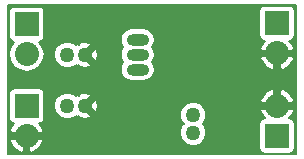
<source format=gbl>
G04 #@! TF.FileFunction,Copper,L2,Bot,Signal*
%FSLAX46Y46*%
G04 Gerber Fmt 4.6, Leading zero omitted, Abs format (unit mm)*
G04 Created by KiCad (PCBNEW (2016-09-14 revision 83ed3c9)-makepkg) date 09/24/16 16:23:25*
%MOMM*%
%LPD*%
G01*
G04 APERTURE LIST*
%ADD10C,0.100000*%
%ADD11C,1.270000*%
%ADD12R,2.032000X2.032000*%
%ADD13O,2.032000X2.032000*%
%ADD14O,1.900000X1.000000*%
%ADD15C,0.800000*%
%ADD16C,0.177800*%
G04 APERTURE END LIST*
D10*
D11*
X107557000Y-74676000D03*
X106057000Y-74676000D03*
X107557000Y-78994000D03*
X106057000Y-78994000D03*
X116713000Y-81268000D03*
X116713000Y-79768000D03*
D12*
X123825000Y-72009000D03*
D13*
X123825000Y-74549000D03*
D12*
X102616000Y-72085200D03*
D13*
X102616000Y-74625200D03*
D12*
X102616000Y-78994000D03*
D13*
X102616000Y-81534000D03*
D12*
X123825000Y-81534000D03*
D13*
X123825000Y-78994000D03*
D14*
X112014000Y-75946000D03*
X112014000Y-74676000D03*
X112014000Y-73406000D03*
D15*
X117856000Y-73279000D03*
X120523000Y-78232000D03*
X116636800Y-76835000D03*
D16*
G36*
X125439100Y-83084600D02*
X101065400Y-83084600D01*
X101065400Y-81989464D01*
X101201627Y-81989464D01*
X101293810Y-82212061D01*
X101653939Y-82666427D01*
X102160533Y-82948391D01*
X102387400Y-82884753D01*
X102387400Y-81762600D01*
X102844600Y-81762600D01*
X102844600Y-82884753D01*
X103071467Y-82948391D01*
X103578061Y-82666427D01*
X103938190Y-82212061D01*
X104030373Y-81989464D01*
X103965196Y-81762600D01*
X102844600Y-81762600D01*
X102387400Y-81762600D01*
X101266804Y-81762600D01*
X101201627Y-81989464D01*
X101065400Y-81989464D01*
X101065400Y-77978000D01*
X101120895Y-77978000D01*
X101120895Y-80010000D01*
X101157365Y-80193346D01*
X101261222Y-80348778D01*
X101416654Y-80452635D01*
X101586664Y-80486452D01*
X101293810Y-80855939D01*
X101201627Y-81078536D01*
X101266804Y-81305400D01*
X102387400Y-81305400D01*
X102387400Y-81285400D01*
X102844600Y-81285400D01*
X102844600Y-81305400D01*
X103965196Y-81305400D01*
X104030373Y-81078536D01*
X103938190Y-80855939D01*
X103645336Y-80486452D01*
X103815346Y-80452635D01*
X103970778Y-80348778D01*
X104074635Y-80193346D01*
X104111105Y-80010000D01*
X104111105Y-79212814D01*
X104951909Y-79212814D01*
X105119765Y-79619058D01*
X105430307Y-79930142D01*
X105836258Y-80098708D01*
X106275814Y-80099091D01*
X106682058Y-79931235D01*
X106792886Y-79820600D01*
X106923289Y-79951003D01*
X107023676Y-79850616D01*
X107093551Y-80020801D01*
X107521768Y-80119995D01*
X107955350Y-80047766D01*
X108020449Y-80020801D01*
X108034403Y-79986814D01*
X115607909Y-79986814D01*
X115775765Y-80393058D01*
X115900435Y-80517945D01*
X115776858Y-80641307D01*
X115608292Y-81047258D01*
X115607909Y-81486814D01*
X115775765Y-81893058D01*
X116086307Y-82204142D01*
X116492258Y-82372708D01*
X116931814Y-82373091D01*
X117338058Y-82205235D01*
X117649142Y-81894693D01*
X117817708Y-81488742D01*
X117818091Y-81049186D01*
X117650235Y-80642942D01*
X117525565Y-80518055D01*
X117525620Y-80518000D01*
X122329895Y-80518000D01*
X122329895Y-82550000D01*
X122366365Y-82733346D01*
X122470222Y-82888778D01*
X122625654Y-82992635D01*
X122809000Y-83029105D01*
X124841000Y-83029105D01*
X125024346Y-82992635D01*
X125179778Y-82888778D01*
X125283635Y-82733346D01*
X125320105Y-82550000D01*
X125320105Y-80518000D01*
X125283635Y-80334654D01*
X125179778Y-80179222D01*
X125024346Y-80075365D01*
X124854336Y-80041548D01*
X125147190Y-79672061D01*
X125239373Y-79449464D01*
X125174196Y-79222600D01*
X124053600Y-79222600D01*
X124053600Y-79242600D01*
X123596400Y-79242600D01*
X123596400Y-79222600D01*
X122475804Y-79222600D01*
X122410627Y-79449464D01*
X122502810Y-79672061D01*
X122795664Y-80041548D01*
X122625654Y-80075365D01*
X122470222Y-80179222D01*
X122366365Y-80334654D01*
X122329895Y-80518000D01*
X117525620Y-80518000D01*
X117649142Y-80394693D01*
X117817708Y-79988742D01*
X117818091Y-79549186D01*
X117650235Y-79142942D01*
X117339693Y-78831858D01*
X116933742Y-78663292D01*
X116494186Y-78662909D01*
X116087942Y-78830765D01*
X115776858Y-79141307D01*
X115608292Y-79547258D01*
X115607909Y-79986814D01*
X108034403Y-79986814D01*
X108090325Y-79850615D01*
X107557000Y-79317289D01*
X107542858Y-79331432D01*
X107219569Y-79008143D01*
X107233711Y-78994000D01*
X107880289Y-78994000D01*
X108413615Y-79527325D01*
X108583801Y-79457449D01*
X108682995Y-79029232D01*
X108610766Y-78595650D01*
X108587109Y-78538536D01*
X122410627Y-78538536D01*
X122475804Y-78765400D01*
X123596400Y-78765400D01*
X123596400Y-77643247D01*
X124053600Y-77643247D01*
X124053600Y-78765400D01*
X125174196Y-78765400D01*
X125239373Y-78538536D01*
X125147190Y-78315939D01*
X124787061Y-77861573D01*
X124280467Y-77579609D01*
X124053600Y-77643247D01*
X123596400Y-77643247D01*
X123369533Y-77579609D01*
X122862939Y-77861573D01*
X122502810Y-78315939D01*
X122410627Y-78538536D01*
X108587109Y-78538536D01*
X108583801Y-78530551D01*
X108413615Y-78460675D01*
X107880289Y-78994000D01*
X107233711Y-78994000D01*
X107219569Y-78979858D01*
X107542858Y-78656568D01*
X107557000Y-78670711D01*
X108090325Y-78137385D01*
X108020449Y-77967199D01*
X107592232Y-77868005D01*
X107158650Y-77940234D01*
X107093551Y-77967199D01*
X107023676Y-78137384D01*
X106923289Y-78036997D01*
X106792965Y-78167321D01*
X106683693Y-78057858D01*
X106277742Y-77889292D01*
X105838186Y-77888909D01*
X105431942Y-78056765D01*
X105120858Y-78367307D01*
X104952292Y-78773258D01*
X104951909Y-79212814D01*
X104111105Y-79212814D01*
X104111105Y-77978000D01*
X104074635Y-77794654D01*
X103970778Y-77639222D01*
X103815346Y-77535365D01*
X103632000Y-77498895D01*
X101600000Y-77498895D01*
X101416654Y-77535365D01*
X101261222Y-77639222D01*
X101157365Y-77794654D01*
X101120895Y-77978000D01*
X101065400Y-77978000D01*
X101065400Y-74625200D01*
X101100989Y-74625200D01*
X101214096Y-75193829D01*
X101536199Y-75675890D01*
X102018260Y-75997993D01*
X102586889Y-76111100D01*
X102645111Y-76111100D01*
X103213740Y-75997993D01*
X103695801Y-75675890D01*
X104017904Y-75193829D01*
X104077381Y-74894814D01*
X104951909Y-74894814D01*
X105119765Y-75301058D01*
X105430307Y-75612142D01*
X105836258Y-75780708D01*
X106275814Y-75781091D01*
X106682058Y-75613235D01*
X106792886Y-75502600D01*
X106923289Y-75633003D01*
X107023676Y-75532616D01*
X107093551Y-75702801D01*
X107521768Y-75801995D01*
X107955350Y-75729766D01*
X108020449Y-75702801D01*
X108090325Y-75532615D01*
X107557000Y-74999289D01*
X107542858Y-75013432D01*
X107219569Y-74690143D01*
X107233711Y-74676000D01*
X107880289Y-74676000D01*
X108413615Y-75209325D01*
X108583801Y-75139449D01*
X108682995Y-74711232D01*
X108610766Y-74277650D01*
X108583801Y-74212551D01*
X108413615Y-74142675D01*
X107880289Y-74676000D01*
X107233711Y-74676000D01*
X107219569Y-74661858D01*
X107542858Y-74338568D01*
X107557000Y-74352711D01*
X108090325Y-73819385D01*
X108020449Y-73649199D01*
X107592232Y-73550005D01*
X107158650Y-73622234D01*
X107093551Y-73649199D01*
X107023676Y-73819384D01*
X106923289Y-73718997D01*
X106792965Y-73849321D01*
X106683693Y-73739858D01*
X106277742Y-73571292D01*
X105838186Y-73570909D01*
X105431942Y-73738765D01*
X105120858Y-74049307D01*
X104952292Y-74455258D01*
X104951909Y-74894814D01*
X104077381Y-74894814D01*
X104131011Y-74625200D01*
X104017904Y-74056571D01*
X103695801Y-73574510D01*
X103687848Y-73569196D01*
X103815346Y-73543835D01*
X103970778Y-73439978D01*
X103993481Y-73406000D01*
X110566283Y-73406000D01*
X110640112Y-73777165D01*
X110816401Y-74041000D01*
X110640112Y-74304835D01*
X110566283Y-74676000D01*
X110640112Y-75047165D01*
X110816401Y-75311000D01*
X110640112Y-75574835D01*
X110566283Y-75946000D01*
X110640112Y-76317165D01*
X110850360Y-76631823D01*
X111165018Y-76842071D01*
X111536183Y-76915900D01*
X112491817Y-76915900D01*
X112862982Y-76842071D01*
X113177640Y-76631823D01*
X113387888Y-76317165D01*
X113461717Y-75946000D01*
X113387888Y-75574835D01*
X113211599Y-75311000D01*
X113387888Y-75047165D01*
X113396381Y-75004464D01*
X122410627Y-75004464D01*
X122502810Y-75227061D01*
X122862939Y-75681427D01*
X123369533Y-75963391D01*
X123596400Y-75899753D01*
X123596400Y-74777600D01*
X124053600Y-74777600D01*
X124053600Y-75899753D01*
X124280467Y-75963391D01*
X124787061Y-75681427D01*
X125147190Y-75227061D01*
X125239373Y-75004464D01*
X125174196Y-74777600D01*
X124053600Y-74777600D01*
X123596400Y-74777600D01*
X122475804Y-74777600D01*
X122410627Y-75004464D01*
X113396381Y-75004464D01*
X113461717Y-74676000D01*
X113387888Y-74304835D01*
X113211599Y-74041000D01*
X113387888Y-73777165D01*
X113461717Y-73406000D01*
X113387888Y-73034835D01*
X113177640Y-72720177D01*
X112862982Y-72509929D01*
X112491817Y-72436100D01*
X111536183Y-72436100D01*
X111165018Y-72509929D01*
X110850360Y-72720177D01*
X110640112Y-73034835D01*
X110566283Y-73406000D01*
X103993481Y-73406000D01*
X104074635Y-73284546D01*
X104111105Y-73101200D01*
X104111105Y-71069200D01*
X104095948Y-70993000D01*
X122329895Y-70993000D01*
X122329895Y-73025000D01*
X122366365Y-73208346D01*
X122470222Y-73363778D01*
X122625654Y-73467635D01*
X122795664Y-73501452D01*
X122502810Y-73870939D01*
X122410627Y-74093536D01*
X122475804Y-74320400D01*
X123596400Y-74320400D01*
X123596400Y-74300400D01*
X124053600Y-74300400D01*
X124053600Y-74320400D01*
X125174196Y-74320400D01*
X125239373Y-74093536D01*
X125147190Y-73870939D01*
X124854336Y-73501452D01*
X125024346Y-73467635D01*
X125179778Y-73363778D01*
X125283635Y-73208346D01*
X125320105Y-73025000D01*
X125320105Y-70993000D01*
X125283635Y-70809654D01*
X125179778Y-70654222D01*
X125024346Y-70550365D01*
X124841000Y-70513895D01*
X122809000Y-70513895D01*
X122625654Y-70550365D01*
X122470222Y-70654222D01*
X122366365Y-70809654D01*
X122329895Y-70993000D01*
X104095948Y-70993000D01*
X104074635Y-70885854D01*
X103970778Y-70730422D01*
X103815346Y-70626565D01*
X103632000Y-70590095D01*
X101600000Y-70590095D01*
X101416654Y-70626565D01*
X101261222Y-70730422D01*
X101157365Y-70885854D01*
X101120895Y-71069200D01*
X101120895Y-73101200D01*
X101157365Y-73284546D01*
X101261222Y-73439978D01*
X101416654Y-73543835D01*
X101544152Y-73569196D01*
X101536199Y-73574510D01*
X101214096Y-74056571D01*
X101100989Y-74625200D01*
X101065400Y-74625200D01*
X101065400Y-70458400D01*
X125439100Y-70458400D01*
X125439100Y-83084600D01*
X125439100Y-83084600D01*
G37*
X125439100Y-83084600D02*
X101065400Y-83084600D01*
X101065400Y-81989464D01*
X101201627Y-81989464D01*
X101293810Y-82212061D01*
X101653939Y-82666427D01*
X102160533Y-82948391D01*
X102387400Y-82884753D01*
X102387400Y-81762600D01*
X102844600Y-81762600D01*
X102844600Y-82884753D01*
X103071467Y-82948391D01*
X103578061Y-82666427D01*
X103938190Y-82212061D01*
X104030373Y-81989464D01*
X103965196Y-81762600D01*
X102844600Y-81762600D01*
X102387400Y-81762600D01*
X101266804Y-81762600D01*
X101201627Y-81989464D01*
X101065400Y-81989464D01*
X101065400Y-77978000D01*
X101120895Y-77978000D01*
X101120895Y-80010000D01*
X101157365Y-80193346D01*
X101261222Y-80348778D01*
X101416654Y-80452635D01*
X101586664Y-80486452D01*
X101293810Y-80855939D01*
X101201627Y-81078536D01*
X101266804Y-81305400D01*
X102387400Y-81305400D01*
X102387400Y-81285400D01*
X102844600Y-81285400D01*
X102844600Y-81305400D01*
X103965196Y-81305400D01*
X104030373Y-81078536D01*
X103938190Y-80855939D01*
X103645336Y-80486452D01*
X103815346Y-80452635D01*
X103970778Y-80348778D01*
X104074635Y-80193346D01*
X104111105Y-80010000D01*
X104111105Y-79212814D01*
X104951909Y-79212814D01*
X105119765Y-79619058D01*
X105430307Y-79930142D01*
X105836258Y-80098708D01*
X106275814Y-80099091D01*
X106682058Y-79931235D01*
X106792886Y-79820600D01*
X106923289Y-79951003D01*
X107023676Y-79850616D01*
X107093551Y-80020801D01*
X107521768Y-80119995D01*
X107955350Y-80047766D01*
X108020449Y-80020801D01*
X108034403Y-79986814D01*
X115607909Y-79986814D01*
X115775765Y-80393058D01*
X115900435Y-80517945D01*
X115776858Y-80641307D01*
X115608292Y-81047258D01*
X115607909Y-81486814D01*
X115775765Y-81893058D01*
X116086307Y-82204142D01*
X116492258Y-82372708D01*
X116931814Y-82373091D01*
X117338058Y-82205235D01*
X117649142Y-81894693D01*
X117817708Y-81488742D01*
X117818091Y-81049186D01*
X117650235Y-80642942D01*
X117525565Y-80518055D01*
X117525620Y-80518000D01*
X122329895Y-80518000D01*
X122329895Y-82550000D01*
X122366365Y-82733346D01*
X122470222Y-82888778D01*
X122625654Y-82992635D01*
X122809000Y-83029105D01*
X124841000Y-83029105D01*
X125024346Y-82992635D01*
X125179778Y-82888778D01*
X125283635Y-82733346D01*
X125320105Y-82550000D01*
X125320105Y-80518000D01*
X125283635Y-80334654D01*
X125179778Y-80179222D01*
X125024346Y-80075365D01*
X124854336Y-80041548D01*
X125147190Y-79672061D01*
X125239373Y-79449464D01*
X125174196Y-79222600D01*
X124053600Y-79222600D01*
X124053600Y-79242600D01*
X123596400Y-79242600D01*
X123596400Y-79222600D01*
X122475804Y-79222600D01*
X122410627Y-79449464D01*
X122502810Y-79672061D01*
X122795664Y-80041548D01*
X122625654Y-80075365D01*
X122470222Y-80179222D01*
X122366365Y-80334654D01*
X122329895Y-80518000D01*
X117525620Y-80518000D01*
X117649142Y-80394693D01*
X117817708Y-79988742D01*
X117818091Y-79549186D01*
X117650235Y-79142942D01*
X117339693Y-78831858D01*
X116933742Y-78663292D01*
X116494186Y-78662909D01*
X116087942Y-78830765D01*
X115776858Y-79141307D01*
X115608292Y-79547258D01*
X115607909Y-79986814D01*
X108034403Y-79986814D01*
X108090325Y-79850615D01*
X107557000Y-79317289D01*
X107542858Y-79331432D01*
X107219569Y-79008143D01*
X107233711Y-78994000D01*
X107880289Y-78994000D01*
X108413615Y-79527325D01*
X108583801Y-79457449D01*
X108682995Y-79029232D01*
X108610766Y-78595650D01*
X108587109Y-78538536D01*
X122410627Y-78538536D01*
X122475804Y-78765400D01*
X123596400Y-78765400D01*
X123596400Y-77643247D01*
X124053600Y-77643247D01*
X124053600Y-78765400D01*
X125174196Y-78765400D01*
X125239373Y-78538536D01*
X125147190Y-78315939D01*
X124787061Y-77861573D01*
X124280467Y-77579609D01*
X124053600Y-77643247D01*
X123596400Y-77643247D01*
X123369533Y-77579609D01*
X122862939Y-77861573D01*
X122502810Y-78315939D01*
X122410627Y-78538536D01*
X108587109Y-78538536D01*
X108583801Y-78530551D01*
X108413615Y-78460675D01*
X107880289Y-78994000D01*
X107233711Y-78994000D01*
X107219569Y-78979858D01*
X107542858Y-78656568D01*
X107557000Y-78670711D01*
X108090325Y-78137385D01*
X108020449Y-77967199D01*
X107592232Y-77868005D01*
X107158650Y-77940234D01*
X107093551Y-77967199D01*
X107023676Y-78137384D01*
X106923289Y-78036997D01*
X106792965Y-78167321D01*
X106683693Y-78057858D01*
X106277742Y-77889292D01*
X105838186Y-77888909D01*
X105431942Y-78056765D01*
X105120858Y-78367307D01*
X104952292Y-78773258D01*
X104951909Y-79212814D01*
X104111105Y-79212814D01*
X104111105Y-77978000D01*
X104074635Y-77794654D01*
X103970778Y-77639222D01*
X103815346Y-77535365D01*
X103632000Y-77498895D01*
X101600000Y-77498895D01*
X101416654Y-77535365D01*
X101261222Y-77639222D01*
X101157365Y-77794654D01*
X101120895Y-77978000D01*
X101065400Y-77978000D01*
X101065400Y-74625200D01*
X101100989Y-74625200D01*
X101214096Y-75193829D01*
X101536199Y-75675890D01*
X102018260Y-75997993D01*
X102586889Y-76111100D01*
X102645111Y-76111100D01*
X103213740Y-75997993D01*
X103695801Y-75675890D01*
X104017904Y-75193829D01*
X104077381Y-74894814D01*
X104951909Y-74894814D01*
X105119765Y-75301058D01*
X105430307Y-75612142D01*
X105836258Y-75780708D01*
X106275814Y-75781091D01*
X106682058Y-75613235D01*
X106792886Y-75502600D01*
X106923289Y-75633003D01*
X107023676Y-75532616D01*
X107093551Y-75702801D01*
X107521768Y-75801995D01*
X107955350Y-75729766D01*
X108020449Y-75702801D01*
X108090325Y-75532615D01*
X107557000Y-74999289D01*
X107542858Y-75013432D01*
X107219569Y-74690143D01*
X107233711Y-74676000D01*
X107880289Y-74676000D01*
X108413615Y-75209325D01*
X108583801Y-75139449D01*
X108682995Y-74711232D01*
X108610766Y-74277650D01*
X108583801Y-74212551D01*
X108413615Y-74142675D01*
X107880289Y-74676000D01*
X107233711Y-74676000D01*
X107219569Y-74661858D01*
X107542858Y-74338568D01*
X107557000Y-74352711D01*
X108090325Y-73819385D01*
X108020449Y-73649199D01*
X107592232Y-73550005D01*
X107158650Y-73622234D01*
X107093551Y-73649199D01*
X107023676Y-73819384D01*
X106923289Y-73718997D01*
X106792965Y-73849321D01*
X106683693Y-73739858D01*
X106277742Y-73571292D01*
X105838186Y-73570909D01*
X105431942Y-73738765D01*
X105120858Y-74049307D01*
X104952292Y-74455258D01*
X104951909Y-74894814D01*
X104077381Y-74894814D01*
X104131011Y-74625200D01*
X104017904Y-74056571D01*
X103695801Y-73574510D01*
X103687848Y-73569196D01*
X103815346Y-73543835D01*
X103970778Y-73439978D01*
X103993481Y-73406000D01*
X110566283Y-73406000D01*
X110640112Y-73777165D01*
X110816401Y-74041000D01*
X110640112Y-74304835D01*
X110566283Y-74676000D01*
X110640112Y-75047165D01*
X110816401Y-75311000D01*
X110640112Y-75574835D01*
X110566283Y-75946000D01*
X110640112Y-76317165D01*
X110850360Y-76631823D01*
X111165018Y-76842071D01*
X111536183Y-76915900D01*
X112491817Y-76915900D01*
X112862982Y-76842071D01*
X113177640Y-76631823D01*
X113387888Y-76317165D01*
X113461717Y-75946000D01*
X113387888Y-75574835D01*
X113211599Y-75311000D01*
X113387888Y-75047165D01*
X113396381Y-75004464D01*
X122410627Y-75004464D01*
X122502810Y-75227061D01*
X122862939Y-75681427D01*
X123369533Y-75963391D01*
X123596400Y-75899753D01*
X123596400Y-74777600D01*
X124053600Y-74777600D01*
X124053600Y-75899753D01*
X124280467Y-75963391D01*
X124787061Y-75681427D01*
X125147190Y-75227061D01*
X125239373Y-75004464D01*
X125174196Y-74777600D01*
X124053600Y-74777600D01*
X123596400Y-74777600D01*
X122475804Y-74777600D01*
X122410627Y-75004464D01*
X113396381Y-75004464D01*
X113461717Y-74676000D01*
X113387888Y-74304835D01*
X113211599Y-74041000D01*
X113387888Y-73777165D01*
X113461717Y-73406000D01*
X113387888Y-73034835D01*
X113177640Y-72720177D01*
X112862982Y-72509929D01*
X112491817Y-72436100D01*
X111536183Y-72436100D01*
X111165018Y-72509929D01*
X110850360Y-72720177D01*
X110640112Y-73034835D01*
X110566283Y-73406000D01*
X103993481Y-73406000D01*
X104074635Y-73284546D01*
X104111105Y-73101200D01*
X104111105Y-71069200D01*
X104095948Y-70993000D01*
X122329895Y-70993000D01*
X122329895Y-73025000D01*
X122366365Y-73208346D01*
X122470222Y-73363778D01*
X122625654Y-73467635D01*
X122795664Y-73501452D01*
X122502810Y-73870939D01*
X122410627Y-74093536D01*
X122475804Y-74320400D01*
X123596400Y-74320400D01*
X123596400Y-74300400D01*
X124053600Y-74300400D01*
X124053600Y-74320400D01*
X125174196Y-74320400D01*
X125239373Y-74093536D01*
X125147190Y-73870939D01*
X124854336Y-73501452D01*
X125024346Y-73467635D01*
X125179778Y-73363778D01*
X125283635Y-73208346D01*
X125320105Y-73025000D01*
X125320105Y-70993000D01*
X125283635Y-70809654D01*
X125179778Y-70654222D01*
X125024346Y-70550365D01*
X124841000Y-70513895D01*
X122809000Y-70513895D01*
X122625654Y-70550365D01*
X122470222Y-70654222D01*
X122366365Y-70809654D01*
X122329895Y-70993000D01*
X104095948Y-70993000D01*
X104074635Y-70885854D01*
X103970778Y-70730422D01*
X103815346Y-70626565D01*
X103632000Y-70590095D01*
X101600000Y-70590095D01*
X101416654Y-70626565D01*
X101261222Y-70730422D01*
X101157365Y-70885854D01*
X101120895Y-71069200D01*
X101120895Y-73101200D01*
X101157365Y-73284546D01*
X101261222Y-73439978D01*
X101416654Y-73543835D01*
X101544152Y-73569196D01*
X101536199Y-73574510D01*
X101214096Y-74056571D01*
X101100989Y-74625200D01*
X101065400Y-74625200D01*
X101065400Y-70458400D01*
X125439100Y-70458400D01*
X125439100Y-83084600D01*
M02*

</source>
